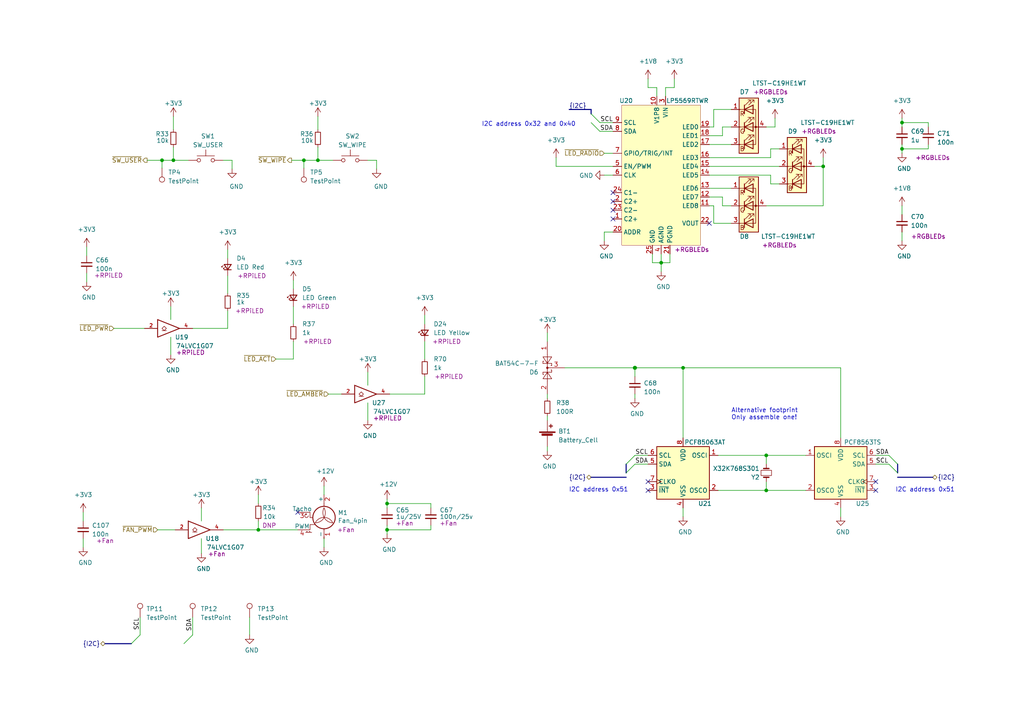
<source format=kicad_sch>
(kicad_sch (version 20210621) (generator eeschema)
  (paper "A4")
  (title_block (title "Control/RTC") (date "2021-01-12") (rev "0.1") (company "Nabu Casa") (comment 1 "www.nabucasa.com") (comment 2 "Amber"))
  (lib_symbols
    (symbol "74xGxx:74LVC1G07" (pin_names (offset 1.016))
      (property "Reference" "U" (at -2.54 3.81 0))
      (property "Value" "74LVC1G07" (at 0 -3.81 0))
      (symbol "74LVC1G07_0_1"
        (polyline (pts (xy -2.54 -0.635) (xy -1.27 -0.635)))
        (polyline (pts (xy -3.81 2.54) (xy -3.81 -2.54) (xy 2.54 0) (xy -3.81 2.54)) (stroke (width 0.254)))
        (polyline (pts (xy -1.905 0.635) (xy -2.54 0) (xy -1.905 -0.635) (xy -1.27 0) (xy -1.905 0.635)))
      )
      (symbol "74LVC1G07_1_1"
        (pin input line (at -7.62 0 0) (length 3.81) (name "~") (number "2"))
        (pin power_in line (at 0 -2.54 270) (length 0) hide (name "GND") (number "3"))
        (pin open_collector line (at 6.35 0 180) (length 3.81) (name "~") (number "4"))
        (pin power_in line (at 0 2.54 90) (length 0) hide (name "VCC") (number "5"))
      )
    )
    (symbol "Amber:LP5569"
      (property "Reference" "U" (at -10.16 21.59 0))
      (property "Value" "LP5569" (at 7.62 21.59 0))
      (symbol "LP5569_0_1"
        (rectangle (start -11.43 20.32) (end 11.43 -20.32) (stroke (width 0.0006)) (fill (type background)))
      )
      (symbol "LP5569_1_1"
        (pin input line (at -13.97 -12.7 0) (length 2.54) (name "C2+") (number "1"))
        (pin input line (at -1.27 22.86 270) (length 2.54) (name "V1P8") (number "10"))
        (pin output line (at 13.97 -8.89 180) (length 2.54) (name "LED8") (number "11"))
        (pin output line (at 13.97 -6.35 180) (length 2.54) (name "LED7") (number "12"))
        (pin output line (at 13.97 -3.81 180) (length 2.54) (name "LED6") (number "13"))
        (pin output line (at 13.97 0 180) (length 2.54) (name "LED5") (number "14"))
        (pin output line (at 13.97 2.54 180) (length 2.54) (name "LED4") (number "15"))
        (pin output line (at 13.97 5.08 180) (length 2.54) (name "LED3") (number "16"))
        (pin output line (at 13.97 8.89 180) (length 2.54) (name "LED2") (number "17"))
        (pin output line (at 13.97 11.43 180) (length 2.54) (name "LED1") (number "18"))
        (pin output line (at 13.97 13.97 180) (length 2.54) (name "LED0") (number "19"))
        (pin input line (at -13.97 -7.62 0) (length 2.54) (name "C2+") (number "2"))
        (pin input line (at -13.97 -16.51 0) (length 2.54) (name "ADDR") (number "20"))
        (pin input line (at 2.54 -22.86 90) (length 2.54) (name "PGND") (number "21"))
        (pin output line (at 13.97 -13.97 180) (length 2.54) (name "VOUT") (number "22"))
        (pin input line (at -13.97 -10.16 0) (length 2.54) (name "C2-") (number "23"))
        (pin input line (at -13.97 -5.08 0) (length 2.54) (name "C1-") (number "24"))
        (pin input line (at -2.54 -22.86 90) (length 2.54) (name "GND") (number "25"))
        (pin input line (at 1.27 22.86 270) (length 2.54) (name "VIN") (number "3"))
        (pin input line (at 0 -22.86 90) (length 2.54) (name "AGND") (number "4"))
        (pin input line (at -13.97 2.54 0) (length 2.54) (name "EN/PWM") (number "5"))
        (pin input line (at -13.97 0 0) (length 2.54) (name "CLK") (number "6"))
        (pin input line (at -13.97 6.35 0) (length 2.54) (name "GPIO/TRIG/INT") (number "7"))
        (pin bidirectional line (at -13.97 12.7 0) (length 2.54) (name "SDA") (number "8"))
        (pin input line (at -13.97 15.24 0) (length 2.54) (name "SCL") (number "9"))
      )
    )
    (symbol "Connector:TestPoint" (pin_numbers hide) (pin_names (offset 0.762) hide)
      (property "Reference" "TP" (at 0 6.858 0))
      (property "Value" "TestPoint" (at 0 5.08 0))
      (symbol "TestPoint_0_1"
        (circle (center 0 3.302) (radius 0.762))
      )
      (symbol "TestPoint_1_1"
        (pin passive line (at 0 0 90) (length 2.54) (name "1") (number "1"))
      )
    )
    (symbol "Device:Battery_Cell" (pin_numbers hide) (pin_names (offset 0) hide)
      (property "Reference" "BT" (at 2.54 2.54 0))
      (property "Value" "Battery_Cell" (at 2.54 0 0))
      (symbol "Battery_Cell_0_1"
        (rectangle (start -2.286 1.778) (end 2.286 1.524) (fill (type outline)))
        (rectangle (start -1.5748 1.1938) (end 1.4732 0.6858) (fill (type outline)))
        (polyline (pts (xy 0 0.762) (xy 0 0)))
        (polyline (pts (xy 0 1.778) (xy 0 2.54)))
        (polyline (pts (xy 0.508 3.429) (xy 1.524 3.429)) (stroke (width 0.254)))
        (polyline (pts (xy 1.016 3.937) (xy 1.016 2.921)) (stroke (width 0.254)))
      )
      (symbol "Battery_Cell_1_1"
        (pin passive line (at 0 5.08 270) (length 2.54) (name "+") (number "1"))
        (pin passive line (at 0 -2.54 90) (length 2.54) (name "-") (number "2"))
      )
    )
    (symbol "Device:C_Small" (pin_numbers hide) (pin_names (offset 0.254) hide)
      (property "Reference" "C" (at 0.254 1.778 0))
      (property "Value" "C_Small" (at 0.254 -2.032 0))
      (symbol "C_Small_0_1"
        (polyline (pts (xy -1.524 -0.508) (xy 1.524 -0.508)) (stroke (width 0.3302)))
        (polyline (pts (xy -1.524 0.508) (xy 1.524 0.508)) (stroke (width 0.3048)))
      )
      (symbol "C_Small_1_1"
        (pin passive line (at 0 2.54 270) (length 2.032) (name "~") (number "1"))
        (pin passive line (at 0 -2.54 90) (length 2.032) (name "~") (number "2"))
      )
    )
    (symbol "Device:Crystal_Small" (pin_numbers hide) (pin_names (offset 1.016) hide)
      (property "Reference" "Y" (at 0 2.54 0))
      (property "Value" "Crystal_Small" (at 0 -2.54 0))
      (symbol "Crystal_Small_0_1"
        (rectangle (start -0.762 -1.524) (end 0.762 1.524))
        (polyline (pts (xy -1.27 -0.762) (xy -1.27 0.762)) (stroke (width 0.381)))
        (polyline (pts (xy 1.27 -0.762) (xy 1.27 0.762)) (stroke (width 0.381)))
      )
      (symbol "Crystal_Small_1_1"
        (pin passive line (at -2.54 0 0) (length 1.27) (name "1") (number "1"))
        (pin passive line (at 2.54 0 180) (length 1.27) (name "2") (number "2"))
      )
    )
    (symbol "Device:LED_RGBA" (pin_names (offset 0) hide)
      (property "Reference" "D" (at 0 9.398 0))
      (property "Value" "LED_RGBA" (at 0 -8.89 0))
      (symbol "LED_RGBA_0_0"
        (text "B" (at -1.905 -6.35 0) (effects (font (size 1.27 1.27))))
        (text "G" (at -1.905 -1.27 0) (effects (font (size 1.27 1.27))))
        (text "R" (at -1.905 3.81 0) (effects (font (size 1.27 1.27))))
      )
      (symbol "LED_RGBA_0_1"
        (circle (center 2.032 0) (radius 0.254) (fill (type outline)))
        (rectangle (start 1.27 -1.27) (end 1.27 1.27))
        (rectangle (start 1.27 1.27) (end 1.27 1.27))
        (rectangle (start 1.27 3.81) (end 1.27 6.35))
        (rectangle (start 1.27 6.35) (end 1.27 6.35))
        (rectangle (start 2.794 8.382) (end -2.794 -7.62) (stroke (width 0.254)) (fill (type background)))
        (polyline (pts (xy -1.27 -5.08) (xy -2.54 -5.08)))
        (polyline (pts (xy -1.27 -5.08) (xy 1.27 -5.08)))
        (polyline (pts (xy -1.27 -3.81) (xy -1.27 -6.35)) (stroke (width 0.254)))
        (polyline (pts (xy -1.27 0) (xy -2.54 0)))
        (polyline (pts (xy -1.27 1.27) (xy -1.27 -1.27)) (stroke (width 0.254)))
        (polyline (pts (xy -1.27 5.08) (xy -2.54 5.08)))
        (polyline (pts (xy -1.27 5.08) (xy 1.27 5.08)))
        (polyline (pts (xy -1.27 6.35) (xy -1.27 3.81)) (stroke (width 0.254)))
        (polyline (pts (xy 1.27 0) (xy -1.27 0)))
        (polyline (pts (xy 1.27 0) (xy 2.54 0)))
        (polyline (pts (xy -1.27 1.27) (xy -1.27 -1.27) (xy -1.27 -1.27)))
        (polyline (pts (xy -1.27 6.35) (xy -1.27 3.81) (xy -1.27 3.81)))
        (polyline (pts (xy 1.27 -5.08) (xy 2.032 -5.08) (xy 2.032 5.08) (xy 1.27 5.08)))
        (polyline (pts (xy 1.27 -3.81) (xy 1.27 -6.35) (xy -1.27 -5.08) (xy 1.27 -3.81)) (stroke (width 0.254)))
        (polyline (pts (xy 1.27 1.27) (xy 1.27 -1.27) (xy -1.27 0) (xy 1.27 1.27)) (stroke (width 0.254)))
        (polyline (pts (xy 1.27 6.35) (xy 1.27 3.81) (xy -1.27 5.08) (xy 1.27 6.35)) (stroke (width 0.254)))
        (polyline (pts (xy -1.016 -3.81) (xy 0.508 -2.286) (xy -0.254 -2.286) (xy 0.508 -2.286) (xy 0.508 -3.048)))
        (polyline (pts (xy -1.016 1.27) (xy 0.508 2.794) (xy -0.254 2.794) (xy 0.508 2.794) (xy 0.508 2.032)))
        (polyline (pts (xy -1.016 6.35) (xy 0.508 7.874) (xy -0.254 7.874) (xy 0.508 7.874) (xy 0.508 7.112)))
        (polyline (pts (xy 0 -3.81) (xy 1.524 -2.286) (xy 0.762 -2.286) (xy 1.524 -2.286) (xy 1.524 -3.048)))
        (polyline (pts (xy 0 1.27) (xy 1.524 2.794) (xy 0.762 2.794) (xy 1.524 2.794) (xy 1.524 2.032)))
        (polyline (pts (xy 0 6.35) (xy 1.524 7.874) (xy 0.762 7.874) (xy 1.524 7.874) (xy 1.524 7.112)))
      )
      (symbol "LED_RGBA_1_1"
        (pin passive line (at -5.08 5.08 0) (length 2.54) (name "RK") (number "1"))
        (pin passive line (at -5.08 0 0) (length 2.54) (name "GK") (number "2"))
        (pin passive line (at -5.08 -5.08 0) (length 2.54) (name "BK") (number "3"))
        (pin passive line (at 5.08 0 180) (length 2.54) (name "A") (number "4"))
      )
    )
    (symbol "Device:LED_Small" (pin_numbers hide) (pin_names (offset 0.254) hide)
      (property "Reference" "D" (at -1.27 3.175 0))
      (property "Value" "LED_Small" (at -4.445 -2.54 0))
      (symbol "LED_Small_0_1"
        (polyline (pts (xy -0.762 -1.016) (xy -0.762 1.016)) (stroke (width 0.254)))
        (polyline (pts (xy 1.016 0) (xy -0.762 0)))
        (polyline (pts (xy 0.762 -1.016) (xy -0.762 0) (xy 0.762 1.016) (xy 0.762 -1.016)) (stroke (width 0.254)))
        (polyline (pts (xy 0 0.762) (xy -0.508 1.27) (xy -0.254 1.27) (xy -0.508 1.27) (xy -0.508 1.016)))
        (polyline (pts (xy 0.508 1.27) (xy 0 1.778) (xy 0.254 1.778) (xy 0 1.778) (xy 0 1.524)))
      )
      (symbol "LED_Small_1_1"
        (pin passive line (at -2.54 0 0) (length 1.778) (name "K") (number "1"))
        (pin passive line (at 2.54 0 180) (length 1.778) (name "A") (number "2"))
      )
    )
    (symbol "Device:R_Small" (pin_numbers hide) (pin_names (offset 0.254) hide)
      (property "Reference" "R" (at 0.762 0.508 0))
      (property "Value" "R_Small" (at 0.762 -1.016 0))
      (symbol "R_Small_0_1"
        (rectangle (start -0.762 1.778) (end 0.762 -1.778) (stroke (width 0.2032)))
      )
      (symbol "R_Small_1_1"
        (pin passive line (at 0 2.54 270) (length 0.762) (name "~") (number "1"))
        (pin passive line (at 0 -2.54 90) (length 0.762) (name "~") (number "2"))
      )
    )
    (symbol "Diode:BAT54C" (pin_names (offset 1.016))
      (property "Reference" "D" (at 0.635 -3.81 0))
      (property "Value" "BAT54C" (at -6.35 3.175 0))
      (symbol "BAT54C_0_1"
        (circle (center 0 0) (radius 0.254) (fill (type outline)))
        (polyline (pts (xy -1.905 0) (xy 1.905 0)))
        (polyline (pts (xy -1.905 1.27) (xy -1.905 1.016)))
        (polyline (pts (xy -1.27 -1.27) (xy -0.635 -1.27)))
        (polyline (pts (xy -1.27 0) (xy -3.81 0)))
        (polyline (pts (xy -1.27 1.27) (xy -1.905 1.27)))
        (polyline (pts (xy -1.27 1.27) (xy -1.27 -1.27)))
        (polyline (pts (xy -0.635 -1.27) (xy -0.635 -1.016)))
        (polyline (pts (xy 0.635 -1.27) (xy 0.635 -1.016)))
        (polyline (pts (xy 1.27 -1.27) (xy 0.635 -1.27)))
        (polyline (pts (xy 1.27 1.27) (xy 1.27 -1.27)))
        (polyline (pts (xy 1.27 1.27) (xy 1.905 1.27)))
        (polyline (pts (xy 1.905 1.27) (xy 1.905 1.016)))
        (polyline (pts (xy 3.81 0) (xy 1.27 0)))
        (polyline (pts (xy -3.175 -1.27) (xy -3.175 1.27) (xy -1.27 0) (xy -3.175 -1.27)))
        (polyline (pts (xy 3.175 -1.27) (xy 3.175 1.27) (xy 1.27 0) (xy 3.175 -1.27)))
      )
      (symbol "BAT54C_1_1"
        (pin passive line (at -7.62 0 0) (length 3.81) (name "~") (number "1"))
        (pin passive line (at 7.62 0 180) (length 3.81) (name "~") (number "2"))
        (pin passive line (at 0 -5.08 90) (length 5.08) (name "~") (number "3"))
      )
    )
    (symbol "Motor:Fan_4pin" (pin_names (offset 0))
      (property "Reference" "M" (at 2.54 5.08 0))
      (property "Value" "Fan_4pin" (at 2.54 -2.54 0))
      (symbol "Fan_4pin_0_0"
        (arc (start -5.588 1.524) (end -5.08 2.032) (radius (at -5.08 1.524) (length 0.508) (angles 180 90)))
        (arc (start -5.588 1.524) (end -4.572 1.524) (radius (at -5.08 1.524) (length 0.508) (angles -179.9 -0.1)))
        (polyline (pts (xy -5.08 2.032) (xy -5.334 2.159)))
        (polyline (pts (xy -5.08 2.032) (xy -5.207 1.778)))
        (polyline (pts (xy -4.064 2.54) (xy -4.064 1.016) (xy -3.302 1.016)))
      )
      (symbol "Fan_4pin_0_1"
        (arc (start 0 3.81) (end -2.54 -0.508) (radius (at -2.4892 2.3876) (length 2.8702) (angles 29.7 -91)))
        (arc (start -2.54 -0.508) (end 2.54 -0.508) (radius (at 0 -1.778) (length 2.8448) (angles 153.4 26.6)))
        (arc (start 2.54 -0.508) (end 0 3.81) (radius (at 2.6162 2.413) (length 2.921) (angles -91.5 151.9)))
        (circle (center 0 1.016) (radius 3.2512) (stroke (width 0.254)))
        (polyline (pts (xy -4.064 2.54) (xy -5.08 2.54)))
        (polyline (pts (xy 0 -5.08) (xy 0 -4.572)))
        (polyline (pts (xy 0 -2.2352) (xy 0 -2.6416)))
        (polyline (pts (xy 0 4.2672) (xy 0 4.6228)))
        (polyline (pts (xy 0 4.572) (xy 0 5.08)))
        (polyline (pts (xy -2.54 -1.016) (xy -4.064 -1.016) (xy -4.064 -2.54) (xy -5.08 -2.54)))
        (polyline (pts (xy -5.334 -3.302) (xy -5.08 -3.302) (xy -5.08 -3.048) (xy -4.826 -3.048) (xy -4.826 -3.302) (xy -4.318 -3.302) (xy -4.318 -3.048) (xy -4.064 -3.048) (xy -4.064 -3.302) (xy -3.556 -3.302)))
      )
      (symbol "Fan_4pin_1_1"
        (pin passive line (at 0 -5.08 90) (length 2.54) (name "-") (number "1"))
        (pin passive line (at 0 7.62 270) (length 2.54) (name "+") (number "2"))
        (pin passive line (at -7.62 2.54 0) (length 2.54) (name "Tacho") (number "3"))
        (pin input line (at -7.62 -2.54 0) (length 2.54) (name "PWM") (number "4"))
      )
    )
    (symbol "Switch:SW_Push" (pin_numbers hide) (pin_names (offset 1.016) hide)
      (property "Reference" "SW" (at 1.27 2.54 0))
      (property "Value" "SW_Push" (at 0 -1.524 0))
      (symbol "SW_Push_0_1"
        (circle (center -2.032 0) (radius 0.508))
        (circle (center 2.032 0) (radius 0.508))
        (polyline (pts (xy 0 1.27) (xy 0 3.048)))
        (polyline (pts (xy 2.54 1.27) (xy -2.54 1.27)))
        (pin passive line (at -5.08 0 0) (length 2.54) (name "1") (number "1"))
        (pin passive line (at 5.08 0 180) (length 2.54) (name "2") (number "2"))
      )
    )
    (symbol "Timer_RTC:PCF8563T"
      (property "Reference" "U" (at -7.62 8.89 0))
      (property "Value" "PCF8563T" (at 2.54 8.89 0))
      (symbol "PCF8563T_0_1"
        (rectangle (start -7.62 7.62) (end 7.62 -7.62) (stroke (width 0.254)) (fill (type background)))
      )
      (symbol "PCF8563T_1_1"
        (pin input line (at -10.16 5.08 0) (length 2.54) (name "OSCI") (number "1"))
        (pin output line (at -10.16 -5.08 0) (length 2.54) (name "OSCO") (number "2"))
        (pin output line (at 10.16 -5.08 180) (length 2.54) (name "~{INT}") (number "3"))
        (pin power_in line (at 0 -10.16 90) (length 2.54) (name "VSS") (number "4"))
        (pin bidirectional line (at 10.16 2.54 180) (length 2.54) (name "SDA") (number "5"))
        (pin input line (at 10.16 5.08 180) (length 2.54) (name "SCL") (number "6"))
        (pin output clock (at 10.16 -2.54 180) (length 2.54) (name "CLKO") (number "7"))
        (pin power_in line (at 0 10.16 270) (length 2.54) (name "VDD") (number "8"))
      )
    )
    (symbol "Timer_RTC:PCF8563TS"
      (property "Reference" "U" (at -7.62 8.89 0))
      (property "Value" "PCF8563TS" (at 2.54 8.89 0))
      (symbol "PCF8563TS_0_1"
        (rectangle (start -7.62 7.62) (end 7.62 -7.62) (stroke (width 0.254)) (fill (type background)))
      )
      (symbol "PCF8563TS_1_1"
        (pin input line (at -10.16 5.08 0) (length 2.54) (name "OSCI") (number "1"))
        (pin output line (at -10.16 -5.08 0) (length 2.54) (name "OSCO") (number "2"))
        (pin output line (at 10.16 -5.08 180) (length 2.54) (name "~{INT}") (number "3"))
        (pin power_in line (at 0 -10.16 90) (length 2.54) (name "VSS") (number "4"))
        (pin bidirectional line (at 10.16 2.54 180) (length 2.54) (name "SDA") (number "5"))
        (pin input line (at 10.16 5.08 180) (length 2.54) (name "SCL") (number "6"))
        (pin output clock (at 10.16 -2.54 180) (length 2.54) (name "CLKO") (number "7"))
        (pin power_in line (at 0 10.16 270) (length 2.54) (name "VDD") (number "8"))
      )
    )
    (symbol "power:+12V" (power) (pin_names (offset 0))
      (property "Value" "+12V" (at 0 3.556 0))
      (symbol "+12V_0_1"
        (polyline (pts (xy -0.762 1.27) (xy 0 2.54)))
        (polyline (pts (xy 0 0) (xy 0 2.54)))
        (polyline (pts (xy 0 2.54) (xy 0.762 1.27)))
      )
      (symbol "+12V_1_1"
        (pin power_in line (at 0 0 90) (length 0) hide (name "+12V") (number "1"))
      )
    )
    (symbol "power:+1V8" (power) (pin_names (offset 0))
      (property "Value" "+1V8" (at 0 3.556 0))
      (symbol "+1V8_0_1"
        (polyline (pts (xy -0.762 1.27) (xy 0 2.54)))
        (polyline (pts (xy 0 0) (xy 0 2.54)))
        (polyline (pts (xy 0 2.54) (xy 0.762 1.27)))
      )
      (symbol "+1V8_1_1"
        (pin power_in line (at 0 0 90) (length 0) hide (name "+1V8") (number "1"))
      )
    )
    (symbol "power:+3V3" (power) (pin_names (offset 0))
      (property "Value" "+3V3" (at 0 3.556 0))
      (symbol "+3V3_0_1"
        (polyline (pts (xy -0.762 1.27) (xy 0 2.54)))
        (polyline (pts (xy 0 0) (xy 0 2.54)))
        (polyline (pts (xy 0 2.54) (xy 0.762 1.27)))
      )
      (symbol "+3V3_1_1"
        (pin power_in line (at 0 0 90) (length 0) hide (name "+3V3") (number "1"))
      )
    )
    (symbol "power:GND" (power) (pin_names (offset 0))
      (property "Value" "GND" (at 0 -3.81 0))
      (symbol "GND_0_1"
        (polyline (pts (xy 0 0) (xy 0 -1.27) (xy 1.27 -1.27) (xy 0 -2.54) (xy -1.27 -1.27) (xy 0 -1.27)))
      )
      (symbol "GND_1_1"
        (pin power_in line (at 0 0 270) (length 0) hide (name "GND") (number "1"))
      )
    )
  )
  (junction (at 46.99 46.482) (diameter 0.9144))
  (junction (at 50.292 46.482) (diameter 0.9144))
  (junction (at 74.93 153.67) (diameter 0.9144))
  (junction (at 88.138 46.482) (diameter 0.9144))
  (junction (at 92.202 46.482) (diameter 0.9144))
  (junction (at 112.268 146.05) (diameter 0.9144))
  (junction (at 112.268 153.67) (diameter 0.9144))
  (junction (at 184.15 106.68) (diameter 1.016))
  (junction (at 191.77 76.2) (diameter 0.9144))
  (junction (at 198.12 106.68) (diameter 0.9144))
  (junction (at 222.25 132.08) (diameter 0.9144))
  (junction (at 222.25 142.24) (diameter 0.9144))
  (junction (at 238.76 48.26) (diameter 0.9144))
  (junction (at 261.62 35.56) (diameter 0.9144))
  (junction (at 261.62 43.18) (diameter 0.9144))
  (no_connect (at 86.36 148.59))
  (no_connect (at 177.8 55.88))
  (no_connect (at 177.8 58.42))
  (no_connect (at 177.8 60.96))
  (no_connect (at 177.8 63.5))
  (no_connect (at 187.96 139.7))
  (no_connect (at 187.96 142.24))
  (no_connect (at 205.74 64.77))
  (no_connect (at 254 139.7))
  (no_connect (at 254 142.24))
  (bus_entry (at 38.1 186.69) (size 2.54 -2.54) (stroke (width 0.1524)))
  (bus_entry (at 53.34 186.69) (size 2.54 -2.54) (stroke (width 0.1524)))
  (bus_entry (at 171.45 33.02) (size 2.54 2.54) (stroke (width 0.1524)))
  (bus_entry (at 171.45 35.56) (size 2.54 2.54) (stroke (width 0.1524)))
  (bus_entry (at 181.61 134.62) (size 2.54 -2.54) (stroke (width 0.1524)))
  (bus_entry (at 181.61 137.16) (size 2.54 -2.54) (stroke (width 0.1524)))
  (bus_entry (at 260.35 134.62) (size -2.54 -2.54) (stroke (width 0.1524)))
  (bus_entry (at 260.35 137.16) (size -2.54 -2.54) (stroke (width 0.1524)))
  (wire (pts (xy 24.13 148.59) (xy 24.13 151.13)))
  (wire (pts (xy 24.13 156.21) (xy 24.13 158.75)))
  (wire (pts (xy 25.146 71.628) (xy 25.146 74.168)))
  (wire (pts (xy 25.146 79.248) (xy 25.146 81.788)))
  (wire (pts (xy 33.02 95.25) (xy 41.91 95.25)))
  (wire (pts (xy 40.64 179.07) (xy 40.64 184.15)))
  (wire (pts (xy 42.672 46.482) (xy 46.99 46.482)))
  (wire (pts (xy 45.72 153.67) (xy 50.8 153.67)))
  (wire (pts (xy 46.99 46.482) (xy 46.99 48.768)))
  (wire (pts (xy 46.99 46.482) (xy 50.292 46.482)))
  (wire (pts (xy 49.53 88.9) (xy 49.53 92.71)))
  (wire (pts (xy 49.53 97.79) (xy 49.53 102.87)))
  (wire (pts (xy 50.292 37.592) (xy 50.292 33.782)))
  (wire (pts (xy 50.292 42.672) (xy 50.292 46.482)))
  (wire (pts (xy 50.292 46.482) (xy 54.61 46.482)))
  (wire (pts (xy 55.88 95.25) (xy 66.04 95.25)))
  (wire (pts (xy 55.88 179.07) (xy 55.88 184.15)))
  (wire (pts (xy 58.42 147.32) (xy 58.42 151.13)))
  (wire (pts (xy 58.42 156.21) (xy 58.42 160.528)))
  (wire (pts (xy 64.77 46.482) (xy 67.31 46.482)))
  (wire (pts (xy 64.77 153.67) (xy 74.93 153.67)))
  (wire (pts (xy 66.04 72.39) (xy 66.04 74.93)))
  (wire (pts (xy 66.04 80.01) (xy 66.04 85.09)))
  (wire (pts (xy 66.04 95.25) (xy 66.04 90.17)))
  (wire (pts (xy 67.31 46.482) (xy 67.31 49.022)))
  (wire (pts (xy 72.39 179.07) (xy 72.39 184.15)))
  (wire (pts (xy 74.93 146.05) (xy 74.93 143.51)))
  (wire (pts (xy 74.93 151.13) (xy 74.93 153.67)))
  (wire (pts (xy 74.93 153.67) (xy 86.36 153.67)))
  (wire (pts (xy 80.01 104.14) (xy 85.09 104.14)))
  (wire (pts (xy 84.582 46.482) (xy 88.138 46.482)))
  (wire (pts (xy 85.09 81.28) (xy 85.09 83.82)))
  (wire (pts (xy 85.09 88.9) (xy 85.09 93.98)))
  (wire (pts (xy 85.09 99.06) (xy 85.09 104.14)))
  (wire (pts (xy 88.138 46.482) (xy 88.138 48.768)))
  (wire (pts (xy 88.138 46.482) (xy 92.202 46.482)))
  (wire (pts (xy 92.202 37.592) (xy 92.202 33.782)))
  (wire (pts (xy 92.202 42.672) (xy 92.202 46.482)))
  (wire (pts (xy 92.202 46.482) (xy 96.52 46.482)))
  (wire (pts (xy 93.98 140.97) (xy 93.98 143.51)))
  (wire (pts (xy 93.98 156.21) (xy 93.98 158.75)))
  (wire (pts (xy 95.25 114.3) (xy 99.06 114.3)))
  (wire (pts (xy 106.68 46.482) (xy 109.22 46.482)))
  (wire (pts (xy 106.68 107.95) (xy 106.68 111.76)))
  (wire (pts (xy 106.68 116.84) (xy 106.68 121.92)))
  (wire (pts (xy 109.22 46.482) (xy 109.22 49.022)))
  (wire (pts (xy 112.268 144.78) (xy 112.268 146.05)))
  (wire (pts (xy 112.268 146.05) (xy 112.268 147.32)))
  (wire (pts (xy 112.268 146.05) (xy 124.968 146.05)))
  (wire (pts (xy 112.268 152.4) (xy 112.268 153.67)))
  (wire (pts (xy 112.268 153.67) (xy 112.268 154.94)))
  (wire (pts (xy 112.268 153.67) (xy 124.968 153.67)))
  (wire (pts (xy 113.03 114.3) (xy 123.19 114.3)))
  (wire (pts (xy 123.19 91.44) (xy 123.19 93.98)))
  (wire (pts (xy 123.19 99.06) (xy 123.19 104.14)))
  (wire (pts (xy 123.19 109.22) (xy 123.19 114.3)))
  (wire (pts (xy 124.968 147.32) (xy 124.968 146.05)))
  (wire (pts (xy 124.968 152.4) (xy 124.968 153.67)))
  (wire (pts (xy 158.75 96.52) (xy 158.75 99.06)))
  (wire (pts (xy 158.75 114.3) (xy 158.75 115.57)))
  (wire (pts (xy 158.75 120.65) (xy 158.75 121.92)))
  (wire (pts (xy 158.75 129.54) (xy 158.75 130.81)))
  (wire (pts (xy 161.29 45.72) (xy 161.29 48.26)))
  (wire (pts (xy 161.29 48.26) (xy 177.8 48.26)))
  (wire (pts (xy 163.83 106.68) (xy 184.15 106.68)))
  (wire (pts (xy 175.26 44.45) (xy 177.8 44.45)))
  (wire (pts (xy 175.26 50.8) (xy 177.8 50.8)))
  (wire (pts (xy 175.26 67.31) (xy 177.8 67.31)))
  (wire (pts (xy 175.26 69.85) (xy 175.26 67.31)))
  (wire (pts (xy 177.8 35.56) (xy 173.99 35.56)))
  (wire (pts (xy 177.8 38.1) (xy 173.99 38.1)))
  (wire (pts (xy 184.15 106.68) (xy 184.15 109.22)))
  (wire (pts (xy 184.15 106.68) (xy 198.12 106.68)))
  (wire (pts (xy 184.15 114.3) (xy 184.15 115.57)))
  (wire (pts (xy 187.96 22.86) (xy 187.96 25.4)))
  (wire (pts (xy 187.96 25.4) (xy 190.5 25.4)))
  (wire (pts (xy 187.96 132.08) (xy 184.15 132.08)))
  (wire (pts (xy 187.96 134.62) (xy 184.15 134.62)))
  (wire (pts (xy 189.23 73.66) (xy 189.23 76.2)))
  (wire (pts (xy 189.23 76.2) (xy 191.77 76.2)))
  (wire (pts (xy 190.5 25.4) (xy 190.5 27.94)))
  (wire (pts (xy 191.77 73.66) (xy 191.77 76.2)))
  (wire (pts (xy 191.77 76.2) (xy 191.77 78.74)))
  (wire (pts (xy 191.77 76.2) (xy 194.31 76.2)))
  (wire (pts (xy 193.04 25.4) (xy 193.04 27.94)))
  (wire (pts (xy 194.31 76.2) (xy 194.31 73.66)))
  (wire (pts (xy 195.58 22.86) (xy 195.58 25.4)))
  (wire (pts (xy 195.58 25.4) (xy 193.04 25.4)))
  (wire (pts (xy 198.12 106.68) (xy 198.12 127)))
  (wire (pts (xy 198.12 147.32) (xy 198.12 149.86)))
  (wire (pts (xy 205.74 36.83) (xy 207.01 36.83)))
  (wire (pts (xy 205.74 39.37) (xy 209.55 39.37)))
  (wire (pts (xy 205.74 41.91) (xy 212.09 41.91)))
  (wire (pts (xy 205.74 45.72) (xy 223.52 45.72)))
  (wire (pts (xy 205.74 48.26) (xy 226.06 48.26)))
  (wire (pts (xy 205.74 50.8) (xy 223.52 50.8)))
  (wire (pts (xy 205.74 54.61) (xy 212.09 54.61)))
  (wire (pts (xy 205.74 57.15) (xy 209.55 57.15)))
  (wire (pts (xy 205.74 59.69) (xy 207.01 59.69)))
  (wire (pts (xy 207.01 31.75) (xy 212.09 31.75)))
  (wire (pts (xy 207.01 36.83) (xy 207.01 31.75)))
  (wire (pts (xy 207.01 59.69) (xy 207.01 64.77)))
  (wire (pts (xy 207.01 64.77) (xy 212.09 64.77)))
  (wire (pts (xy 208.28 132.08) (xy 222.25 132.08)))
  (wire (pts (xy 208.28 142.24) (xy 222.25 142.24)))
  (wire (pts (xy 209.55 36.83) (xy 212.09 36.83)))
  (wire (pts (xy 209.55 39.37) (xy 209.55 36.83)))
  (wire (pts (xy 209.55 57.15) (xy 209.55 59.69)))
  (wire (pts (xy 209.55 59.69) (xy 212.09 59.69)))
  (wire (pts (xy 222.25 36.83) (xy 224.79 36.83)))
  (wire (pts (xy 222.25 59.69) (xy 238.76 59.69)))
  (wire (pts (xy 222.25 132.08) (xy 233.68 132.08)))
  (wire (pts (xy 222.25 134.62) (xy 222.25 132.08)))
  (wire (pts (xy 222.25 139.7) (xy 222.25 142.24)))
  (wire (pts (xy 222.25 142.24) (xy 233.68 142.24)))
  (wire (pts (xy 223.52 43.18) (xy 226.06 43.18)))
  (wire (pts (xy 223.52 45.72) (xy 223.52 43.18)))
  (wire (pts (xy 223.52 50.8) (xy 223.52 53.34)))
  (wire (pts (xy 223.52 53.34) (xy 226.06 53.34)))
  (wire (pts (xy 224.79 34.29) (xy 224.79 36.83)))
  (wire (pts (xy 236.22 48.26) (xy 238.76 48.26)))
  (wire (pts (xy 238.76 48.26) (xy 238.76 45.72)))
  (wire (pts (xy 238.76 59.69) (xy 238.76 48.26)))
  (wire (pts (xy 243.84 106.68) (xy 198.12 106.68)))
  (wire (pts (xy 243.84 127) (xy 243.84 106.68)))
  (wire (pts (xy 243.84 147.32) (xy 243.84 149.86)))
  (wire (pts (xy 254 132.08) (xy 257.81 132.08)))
  (wire (pts (xy 254 134.62) (xy 257.81 134.62)))
  (wire (pts (xy 261.62 34.29) (xy 261.62 35.56)))
  (wire (pts (xy 261.62 35.56) (xy 261.62 36.83)))
  (wire (pts (xy 261.62 41.91) (xy 261.62 43.18)))
  (wire (pts (xy 261.62 43.18) (xy 261.62 44.45)))
  (wire (pts (xy 261.62 43.18) (xy 269.24 43.18)))
  (wire (pts (xy 261.62 59.69) (xy 261.62 62.23)))
  (wire (pts (xy 261.62 67.31) (xy 261.62 69.85)))
  (wire (pts (xy 269.24 35.56) (xy 261.62 35.56)))
  (wire (pts (xy 269.24 36.83) (xy 269.24 35.56)))
  (wire (pts (xy 269.24 41.91) (xy 269.24 43.18)))
  (bus (pts (xy 30.48 186.69) (xy 53.34 186.69)))
  (bus (pts (xy 165.1 31.75) (xy 171.45 31.75)))
  (bus (pts (xy 171.45 31.75) (xy 171.45 35.56)))
  (bus (pts (xy 181.61 134.62) (xy 181.61 138.43)))
  (bus (pts (xy 181.61 138.43) (xy 171.45 138.43)))
  (bus (pts (xy 260.35 134.62) (xy 260.35 138.43)))
  (bus (pts (xy 260.35 138.43) (xy 270.51 138.43)))
  (text "I2C address 0x32 and 0x40" (at 139.7 36.83 0) (effects (font (size 1.27 1.27)) (justify left bottom)))
  (text "I2C address 0x51" (at 182.245 142.875 180) (effects (font (size 1.27 1.27)) (justify right bottom)))
  (text "Alternative footprint\nOnly assemble one!" (at 212.09 121.92 0) (effects (font (size 1.27 1.27)) (justify left bottom)))
  (text "I2C address 0x51" (at 259.715 142.875 0) (effects (font (size 1.27 1.27)) (justify left bottom)))
  (label "SCL" (at 40.64 179.07 270))
  (label "SDA" (at 55.88 179.324 270))
  (label "{I2C}" (at 165.1 31.75 0))
  (label "SCL" (at 177.8 35.56 180))
  (label "SDA" (at 177.8 38.1 180))
  (label "SCL" (at 187.96 132.08 180))
  (label "SDA" (at 187.96 134.62 180))
  (label "SDA" (at 254 132.08 0))
  (label "SCL" (at 254 134.62 0))
  (hierarchical_label "{I2C}" (shape bidirectional) (at 30.48 186.69 180))
  (hierarchical_label "~{LED_PWR}" (shape input) (at 33.02 95.25 180))
  (hierarchical_label "~{SW_USER}" (shape output) (at 42.672 46.482 180))
  (hierarchical_label "~{FAN_PWM}" (shape input) (at 45.72 153.67 180))
  (hierarchical_label "~{LED_ACT}" (shape input) (at 80.01 104.14 180))
  (hierarchical_label "~{SW_WIPE}" (shape output) (at 84.582 46.482 180))
  (hierarchical_label "~{LED_AMBER}" (shape input) (at 95.25 114.3 180))
  (hierarchical_label "{I2C}" (shape bidirectional) (at 171.45 138.43 180))
  (hierarchical_label "~{LED_RADIO}" (shape input) (at 175.26 44.45 180))
  (hierarchical_label "{I2C}" (shape bidirectional) (at 270.51 138.43 0))
  (symbol (lib_id "power:+3V3") (at 24.13 148.59 0) (unit 1)
    (property "Reference" "#PWR027" (effects hide))
    (property "Value" "+3V3" (at 24.13 143.51 0))
  )
  (symbol (lib_id "power:+3V3") (at 25.146 71.628 0) (unit 1)
    (property "Reference" "#PWR0129" (effects hide))
    (property "Value" "+3V3" (at 25.146 66.548 0))
  )
  (symbol (lib_id "power:+3V3") (at 49.53 88.9 0) (unit 1)
    (property "Reference" "#PWR0117" (effects hide))
    (property "Value" "+3V3" (at 49.53 85.09 0))
  )
  (symbol (lib_id "power:+3V3") (at 50.292 33.782 0) (unit 1)
    (property "Reference" "#PWR0114" (effects hide))
    (property "Value" "+3V3" (at 50.292 29.972 0))
  )
  (symbol (lib_id "power:+3V3") (at 58.42 147.32 0) (unit 1)
    (property "Reference" "#PWR0115" (effects hide))
    (property "Value" "+3V3" (at 58.42 143.51 0))
  )
  (symbol (lib_id "power:+3V3") (at 66.04 72.39 0) (unit 1)
    (property "Reference" "#PWR0121" (effects hide))
    (property "Value" "+3V3" (at 66.04 67.31 0))
  )
  (symbol (lib_id "power:+3V3") (at 74.93 143.51 0) (unit 1)
    (property "Reference" "#PWR0120" (effects hide))
    (property "Value" "+3V3" (at 74.93 139.7 0))
  )
  (symbol (lib_id "power:+3V3") (at 85.09 81.28 0) (unit 1)
    (property "Reference" "#PWR0128" (effects hide))
    (property "Value" "+3V3" (at 85.09 76.2 0))
  )
  (symbol (lib_id "power:+3V3") (at 92.202 33.782 0) (unit 1)
    (property "Reference" "#PWR0122" (effects hide))
    (property "Value" "+3V3" (at 92.202 29.972 0))
  )
  (symbol (lib_id "power:+12V") (at 93.98 140.97 0) (unit 1)
    (property "Reference" "#PWR0123" (effects hide))
    (property "Value" "+12V" (at 94.3483 136.6456 0))
  )
  (symbol (lib_id "power:+3V3") (at 106.68 107.95 0) (unit 1)
    (property "Reference" "#PWR0214" (effects hide))
    (property "Value" "+3V3" (at 106.68 104.14 0))
  )
  (symbol (lib_id "power:+12V") (at 112.268 144.78 0) (unit 1)
    (property "Reference" "#PWR0126" (effects hide))
    (property "Value" "+12V" (at 112.6363 140.4556 0))
  )
  (symbol (lib_id "power:+3V3") (at 123.19 91.44 0) (unit 1)
    (property "Reference" "#PWR0204" (effects hide))
    (property "Value" "+3V3" (at 123.19 86.36 0))
  )
  (symbol (lib_id "power:+3V3") (at 158.75 96.52 0) (unit 1)
    (property "Reference" "#PWR0136" (effects hide))
    (property "Value" "+3V3" (at 158.75 92.71 0))
  )
  (symbol (lib_id "power:+3V3") (at 161.29 45.72 0) (unit 1)
    (property "Reference" "#PWR0131" (effects hide))
    (property "Value" "+3V3" (at 161.29 40.64 0))
  )
  (symbol (lib_id "power:+1V8") (at 187.96 22.86 0) (unit 1)
    (property "Reference" "#PWR0134" (effects hide))
    (property "Value" "+1V8" (at 187.96 17.78 0))
  )
  (symbol (lib_id "power:+3V3") (at 195.58 22.86 0) (unit 1)
    (property "Reference" "#PWR0138" (effects hide))
    (property "Value" "+3V3" (at 195.58 17.78 0))
  )
  (symbol (lib_id "power:+3V3") (at 224.79 34.29 0) (unit 1)
    (property "Reference" "#PWR0140" (effects hide))
    (property "Value" "+3V3" (at 224.79 29.21 0))
  )
  (symbol (lib_id "power:+3V3") (at 238.76 45.72 0) (unit 1)
    (property "Reference" "#PWR0142" (effects hide))
    (property "Value" "+3V3" (at 238.76 40.64 0))
  )
  (symbol (lib_id "power:+3V3") (at 261.62 34.29 0) (unit 1)
    (property "Reference" "#PWR0143" (effects hide))
    (property "Value" "+3V3" (at 261.62 29.21 0))
  )
  (symbol (lib_id "power:+1V8") (at 261.62 59.69 0) (unit 1)
    (property "Reference" "#PWR0145" (effects hide))
    (property "Value" "+1V8" (at 261.62 54.61 0))
  )
  (symbol (lib_id "Connector:TestPoint") (at 40.64 179.07 0) (unit 1)
    (property "Reference" "TP11" (at 42.418 176.5934 0) (effects (justify left)))
    (property "Value" "TestPoint" (at 42.418 179.1334 0) (effects (justify left)))
    (property "Footprint" "TestPoint:TestPoint_Pad_D1.0mm" (effects hide))
  )
  (symbol (lib_id "Connector:TestPoint") (at 46.99 48.768 180) (unit 1)
    (property "Reference" "TP4" (at 48.768 49.9744 0) (effects (justify right)))
    (property "Value" "TestPoint" (at 48.768 52.5144 0) (effects (justify right)))
    (property "Footprint" "TestPoint:TestPoint_Pad_D1.0mm" (effects hide))
  )
  (symbol (lib_id "Connector:TestPoint") (at 55.88 179.07 0) (unit 1)
    (property "Reference" "TP12" (at 58.166 176.5934 0) (effects (justify left)))
    (property "Value" "TestPoint" (at 58.166 179.1334 0) (effects (justify left)))
    (property "Footprint" "TestPoint:TestPoint_Pad_D1.0mm" (effects hide))
  )
  (symbol (lib_id "Connector:TestPoint") (at 72.39 179.07 0) (unit 1)
    (property "Reference" "TP13" (at 74.676 176.5934 0) (effects (justify left)))
    (property "Value" "TestPoint" (at 74.676 179.1334 0) (effects (justify left)))
    (property "Footprint" "TestPoint:TestPoint_Pad_D1.0mm" (effects hide))
  )
  (symbol (lib_id "Connector:TestPoint") (at 88.138 48.768 180) (unit 1)
    (property "Reference" "TP5" (at 89.916 49.9744 0) (effects (justify right)))
    (property "Value" "TestPoint" (at 89.916 52.5144 0) (effects (justify right)))
    (property "Footprint" "TestPoint:TestPoint_Pad_D1.0mm" (effects hide))
  )
  (symbol (lib_id "power:GND") (at 24.13 158.75 0) (unit 1)
    (property "Reference" "#PWR0196" (effects hide))
    (property "Value" "GND" (at 24.765 163.195 0))
  )
  (symbol (lib_id "power:GND") (at 25.146 81.788 0) (unit 1)
    (property "Reference" "#PWR0130" (effects hide))
    (property "Value" "GND" (at 25.781 86.233 0))
  )
  (symbol (lib_id "power:GND") (at 49.53 102.87 0) (unit 1)
    (property "Reference" "#PWR0118" (effects hide))
    (property "Value" "GND" (at 50.165 107.315 0))
  )
  (symbol (lib_id "power:GND") (at 58.42 160.528 0) (unit 1)
    (property "Reference" "#PWR0116" (effects hide))
    (property "Value" "GND" (at 59.055 164.973 0))
  )
  (symbol (lib_id "power:GND") (at 67.31 49.022 0) (unit 1)
    (property "Reference" "#PWR0119" (effects hide))
    (property "Value" "GND" (at 68.58 54.102 0))
  )
  (symbol (lib_id "power:GND") (at 72.39 184.15 0) (unit 1)
    (property "Reference" "#PWR0213" (effects hide))
    (property "Value" "GND" (at 73.025 188.595 0))
  )
  (symbol (lib_id "power:GND") (at 93.98 158.75 0) (unit 1)
    (property "Reference" "#PWR0124" (effects hide))
    (property "Value" "GND" (at 94.615 163.195 0))
  )
  (symbol (lib_id "power:GND") (at 106.68 121.92 0) (unit 1)
    (property "Reference" "#PWR0215" (effects hide))
    (property "Value" "GND" (at 107.315 126.365 0))
  )
  (symbol (lib_id "power:GND") (at 109.22 49.022 0) (unit 1)
    (property "Reference" "#PWR0125" (effects hide))
    (property "Value" "GND" (at 110.49 54.102 0))
  )
  (symbol (lib_id "power:GND") (at 112.268 154.94 0) (unit 1)
    (property "Reference" "#PWR0127" (effects hide))
    (property "Value" "GND" (at 112.903 159.385 0))
  )
  (symbol (lib_id "power:GND") (at 158.75 130.81 0) (unit 1)
    (property "Reference" "#PWR0137" (effects hide))
    (property "Value" "GND" (at 159.385 135.255 0))
  )
  (symbol (lib_id "power:GND") (at 175.26 50.8 270) (unit 1)
    (property "Reference" "#PWR0132" (effects hide))
    (property "Value" "GND" (at 172.085 50.9143 90) (effects (justify right)))
  )
  (symbol (lib_id "power:GND") (at 175.26 69.85 0) (unit 1)
    (property "Reference" "#PWR0133" (effects hide))
    (property "Value" "GND" (at 175.895 74.295 0))
  )
  (symbol (lib_id "power:GND") (at 184.15 115.57 0) (unit 1)
    (property "Reference" "#PWR0139" (effects hide))
    (property "Value" "GND" (at 184.785 120.015 0))
  )
  (symbol (lib_id "power:GND") (at 191.77 78.74 0) (unit 1)
    (property "Reference" "#PWR0135" (effects hide))
    (property "Value" "GND" (at 192.405 83.185 0))
  )
  (symbol (lib_id "power:GND") (at 198.12 149.86 0) (unit 1)
    (property "Reference" "#PWR0141" (effects hide))
    (property "Value" "GND" (at 198.755 154.305 0))
  )
  (symbol (lib_id "power:GND") (at 243.84 149.86 0) (unit 1)
    (property "Reference" "#PWR0203" (effects hide))
    (property "Value" "GND" (at 244.475 154.305 0))
  )
  (symbol (lib_id "power:GND") (at 261.62 44.45 0) (unit 1)
    (property "Reference" "#PWR0144" (effects hide))
    (property "Value" "GND" (at 262.255 48.895 0))
  )
  (symbol (lib_id "power:GND") (at 261.62 69.85 0) (unit 1)
    (property "Reference" "#PWR0146" (effects hide))
    (property "Value" "GND" (at 262.255 74.295 0))
  )
  (symbol (lib_id "Device:R_Small") (at 50.292 40.132 180) (unit 1)
    (property "Reference" "R33" (at 49.022 38.862 0) (effects (justify left)))
    (property "Value" "10k" (at 49.022 40.767 0) (effects (justify left)))
    (property "Footprint" "Resistor_SMD:R_0402_1005Metric" (effects hide))
  )
  (symbol (lib_id "Device:R_Small") (at 66.04 87.63 0) (unit 1)
    (property "Reference" "R35" (at 68.58 85.725 0) (effects (justify left)))
    (property "Value" "1k" (at 68.58 87.63 0) (effects (justify left)))
    (property "Footprint" "Resistor_SMD:R_0402_1005Metric" (effects hide))
    (property "Config" "+RPiLED" (at 72.39 90.17 0))
  )
  (symbol (lib_id "Device:R_Small") (at 74.93 148.59 180) (unit 1)
    (property "Reference" "R34" (at 80.01 147.32 0) (effects (justify left)))
    (property "Value" "10k" (at 80.01 149.86 0) (effects (justify left)))
    (property "Footprint" "Resistor_SMD:R_0402_1005Metric" (effects hide))
    (property "Config" "DNP" (at 78.105 152.4 0))
  )
  (symbol (lib_id "Device:R_Small") (at 85.09 96.52 0) (unit 1)
    (property "Reference" "R37" (at 87.63 93.98 0) (effects (justify left)))
    (property "Value" "1k" (at 87.63 96.52 0) (effects (justify left)))
    (property "Footprint" "Resistor_SMD:R_0402_1005Metric" (effects hide))
    (property "Config" "+RPiLED" (at 92.075 99.06 0))
  )
  (symbol (lib_id "Device:R_Small") (at 92.202 40.132 180) (unit 1)
    (property "Reference" "R36" (at 90.932 38.862 0) (effects (justify left)))
    (property "Value" "10k" (at 90.932 40.767 0) (effects (justify left)))
    (property "Footprint" "Resistor_SMD:R_0402_1005Metric" (effects hide))
  )
  (symbol (lib_id "Device:R_Small") (at 123.19 106.68 0) (unit 1)
    (property "Reference" "R70" (at 125.73 104.14 0) (effects (justify left)))
    (property "Value" "1k" (at 125.73 106.68 0) (effects (justify left)))
    (property "Footprint" "Resistor_SMD:R_0402_1005Metric" (effects hide))
    (property "Config" "+RPiLED" (at 130.175 109.22 0))
  )
  (symbol (lib_id "Device:R_Small") (at 158.75 118.11 0) (unit 1)
    (property "Reference" "R38" (at 161.29 116.84 0) (effects (justify left)))
    (property "Value" "100R" (at 161.29 119.38 0) (effects (justify left)))
    (property "Footprint" "Resistor_SMD:R_0402_1005Metric" (effects hide))
  )
  (symbol (lib_id "Device:LED_Small") (at 66.04 77.47 90) (unit 1)
    (property "Reference" "D4" (at 68.58 74.93 90) (effects (justify right)))
    (property "Value" "LED Red" (at 68.58 77.47 90) (effects (justify right)))
    (property "Footprint" "LED_SMD:LED_0603_1608Metric" (effects hide))
    (property "Datasheet" "https://datasheet.lcsc.com/lcsc/1811101510_Everlight-Elec-19-217-R6C-AL1M2VY-3T_C72044.pdf" (effects hide))
    (property "Manufacturer" "Everlight Elec" (effects hide))
    (property "PartNumber" "19-217/R6C-AL1M2VY/3T" (effects hide))
    (property "Config" "+RPiLED" (at 73.025 80.01 90))
  )
  (symbol (lib_id "Device:LED_Small") (at 85.09 86.36 90) (unit 1)
    (property "Reference" "D5" (at 87.63 83.82 90) (effects (justify right)))
    (property "Value" "LED Green" (at 87.63 86.36 90) (effects (justify right)))
    (property "Footprint" "LED_SMD:LED_0603_1608Metric" (effects hide))
    (property "Datasheet" "https://datasheet.lcsc.com/lcsc/1811101510_Everlight-Elec-19-217-GHC-YR1S2-3T_C72043.pdf" (effects hide))
    (property "Manufacturer" "Everlight Elec" (effects hide))
    (property "PartNumber" "19-217/GHC-YR1S2/3T" (effects hide))
    (property "Config" "+RPiLED" (at 91.44 88.9 90))
  )
  (symbol (lib_id "Device:LED_Small") (at 123.19 96.52 90) (unit 1)
    (property "Reference" "D24" (at 125.73 93.98 90) (effects (justify right)))
    (property "Value" "LED Yellow" (at 125.73 96.52 90) (effects (justify right)))
    (property "Footprint" "LED_SMD:LED_0603_1608Metric" (effects hide))
    (property "Datasheet" "https://datasheet.lcsc.com/lcsc/1810101813_Everlight-Elec-19-213-Y2C-CQ2R2L-3T-CY_C72038.pdf" (effects hide))
    (property "Manufacturer" "Everlight Elec" (effects hide))
    (property "PartNumber" "19-213/Y2C-CQ2R2L/3T(CY)" (effects hide))
    (property "Config" "+RPiLED" (at 129.54 99.06 90))
  )
  (symbol (lib_id "Device:Crystal_Small") (at 222.25 137.16 270) (unit 1)
    (property "Reference" "Y2" (at 220.345 138.43 90) (effects (justify right)))
    (property "Value" "X32K768S301" (at 220.345 135.89 90) (effects (justify right)))
    (property "Footprint" "Crystal:Crystal_SMD_3215-2Pin_3.2x1.5mm" (effects hide))
    (property "Manufacturer" "Epson" (effects hide))
    (property "PartNumber" "FC-135 32.7680KA-A3" (effects hide))
  )
  (symbol (lib_id "Device:C_Small") (at 24.13 153.67 0) (unit 1)
    (property "Reference" "C107" (at 26.67 152.4 0) (effects (justify left)))
    (property "Value" "100n" (at 26.67 154.94 0) (effects (justify left)))
    (property "Footprint" "Capacitor_SMD:C_0402_1005Metric" (effects hide))
    (property "Config" "+Fan" (at 30.48 156.845 0))
  )
  (symbol (lib_id "Device:C_Small") (at 25.146 76.708 0) (unit 1)
    (property "Reference" "C66" (at 27.686 75.438 0) (effects (justify left)))
    (property "Value" "100n" (at 27.686 77.978 0) (effects (justify left)))
    (property "Footprint" "Capacitor_SMD:C_0402_1005Metric" (effects hide))
    (property "Config" "+RPiLED" (at 31.496 79.883 0))
  )
  (symbol (lib_id "Device:C_Small") (at 112.268 149.86 0) (unit 1)
    (property "Reference" "C65" (at 114.808 147.955 0) (effects (justify left)))
    (property "Value" "1u/25V" (at 114.808 149.86 0) (effects (justify left)))
    (property "Footprint" "Capacitor_SMD:C_0402_1005Metric" (effects hide))
    (property "Config" "+Fan" (at 117.348 151.765 0))
  )
  (symbol (lib_id "Device:C_Small") (at 124.968 149.86 0) (unit 1)
    (property "Reference" "C67" (at 127.508 147.955 0) (effects (justify left)))
    (property "Value" "100n/25v" (at 127.508 149.86 0) (effects (justify left)))
    (property "Footprint" "Capacitor_SMD:C_0402_1005Metric" (effects hide))
    (property "Config" "+Fan" (at 130.048 151.765 0))
  )
  (symbol (lib_id "Device:C_Small") (at 184.15 111.76 0) (unit 1)
    (property "Reference" "C68" (at 186.69 111.125 0) (effects (justify left)))
    (property "Value" "100n" (at 186.69 113.665 0) (effects (justify left)))
    (property "Footprint" "Capacitor_SMD:C_0402_1005Metric" (effects hide))
  )
  (symbol (lib_id "Device:C_Small") (at 261.62 39.37 0) (unit 1)
    (property "Reference" "C69" (at 264.16 38.1 0) (effects (justify left)))
    (property "Value" "1u" (at 264.16 40.64 0) (effects (justify left)))
    (property "Footprint" "Capacitor_SMD:C_0402_1005Metric" (effects hide))
    (property "Config" "+RGBLEDs" (at 270.51 45.72 0))
  )
  (symbol (lib_id "Device:C_Small") (at 261.62 64.77 0) (unit 1)
    (property "Reference" "C70" (at 264.16 62.865 0) (effects (justify left)))
    (property "Value" "100n" (at 264.16 65.405 0) (effects (justify left)))
    (property "Footprint" "Capacitor_SMD:C_0402_1005Metric" (effects hide))
    (property "Config" "+RGBLEDs" (at 269.24 68.58 0))
  )
  (symbol (lib_id "Device:C_Small") (at 269.24 39.37 0) (unit 1)
    (property "Reference" "C71" (at 271.78 38.735 0) (effects (justify left)))
    (property "Value" "100n" (at 271.78 41.275 0) (effects (justify left)))
    (property "Footprint" "Capacitor_SMD:C_0402_1005Metric" (effects hide))
    (property "Config" "+RGBLEDs" (effects hide))
  )
  (symbol (lib_id "Device:Battery_Cell") (at 158.75 127 0) (unit 1)
    (property "Reference" "BT1" (at 161.925 125.095 0) (effects (justify left)))
    (property "Value" "Battery_Cell" (at 161.925 127.635 0) (effects (justify left)))
    (property "Footprint" "Battery:BatteryHolder_Keystone_1060_1x2032" (effects hide))
    (property "Manufacturer" "Keystone" (effects hide))
    (property "PartNumber" "1060" (effects hide))
  )
  (symbol (lib_id "Switch:SW_Push") (at 59.69 46.482 0) (unit 1)
    (property "Reference" "SW1" (at 60.325 39.497 0))
    (property "Value" "SW_USER" (at 60.325 42.037 0))
    (property "Footprint" "Button_Switch_THT:SW_Tactile_SPST_Angled_PTS645Vx83-2LFS" (effects hide))
    (property "Manufacturer" "C&K" (effects hide))
    (property "PartNumber" "PTS645VM83-2 LFS" (effects hide))
  )
  (symbol (lib_id "Switch:SW_Push") (at 101.6 46.482 0) (unit 1)
    (property "Reference" "SW2" (at 102.235 39.497 0))
    (property "Value" "SW_WIPE" (at 102.235 42.037 0))
    (property "Footprint" "Button_Switch_THT:SW_Tactile_SPST_Angled_PTS645Vx58-2LFS" (effects hide))
    (property "Manufacturer" "C&K" (effects hide))
    (property "PartNumber" "PTS645VK58-2 LFS" (effects hide))
  )
  (symbol (lib_id "74xGxx:74LVC1G07") (at 49.53 95.25 0) (unit 1)
    (property "Reference" "U19" (at 52.705 97.79 0))
    (property "Value" "74LVC1G07" (at 56.515 100.33 0))
    (property "Footprint" "Package_TO_SOT_SMD:SOT-23-5" (effects hide))
    (property "Datasheet" "https://www.ti.com/lit/sg/scyt129g/scyt129g.pdf" (effects hide))
    (property "Manufacturer" "Texas Instruments" (effects hide))
    (property "PartNumber" "SN74LVC1G07DBV" (effects hide))
    (property "Config" "+RPiLED" (at 55.245 102.235 0))
  )
  (symbol (lib_id "74xGxx:74LVC1G07") (at 58.42 153.67 0) (unit 1)
    (property "Reference" "U18" (at 61.595 156.21 0))
    (property "Value" "74LVC1G07" (at 65.405 158.75 0))
    (property "Footprint" "Package_TO_SOT_SMD:SOT-23-5" (effects hide))
    (property "Datasheet" "https://www.ti.com/lit/sg/scyt129g/scyt129g.pdf" (effects hide))
    (property "Manufacturer" "Texas Instruments" (effects hide))
    (property "PartNumber" "SN74LVC1G07DBV" (effects hide))
    (property "Config" "+Fan" (at 62.865 160.655 0))
  )
  (symbol (lib_id "74xGxx:74LVC1G07") (at 106.68 114.3 0) (unit 1)
    (property "Reference" "U27" (at 109.855 116.84 0))
    (property "Value" "74LVC1G07" (at 113.665 119.38 0))
    (property "Footprint" "Package_TO_SOT_SMD:SOT-23-5" (effects hide))
    (property "Datasheet" "https://www.ti.com/lit/sg/scyt129g/scyt129g.pdf" (effects hide))
    (property "Manufacturer" "Texas Instruments" (effects hide))
    (property "PartNumber" "SN74LVC1G07DBV" (effects hide))
    (property "Config" "+RPiLED" (at 112.395 121.285 0))
  )
  (symbol (lib_id "Diode:BAT54C") (at 158.75 106.68 90) (mirror x) (unit 1)
    (property "Reference" "D6" (at 156.21 107.95 90) (effects (justify left)))
    (property "Value" "BAT54C-7-F" (at 156.21 105.41 90) (effects (justify left)))
    (property "Footprint" "Package_TO_SOT_SMD:SOT-23" (effects hide))
    (property "Datasheet" "http://www.diodes.com/_files/datasheets/ds11005.pdf" (effects hide))
    (property "Manufacturer" "Diodes Incorporated" (effects hide))
    (property "PartNumber" "BAT54C-7-F" (effects hide))
  )
  (symbol (lib_id "Motor:Fan_4pin") (at 93.98 151.13 0) (unit 1)
    (property "Reference" "M1" (at 97.9933 148.7106 0) (effects (justify left)))
    (property "Value" "Fan_4pin" (at 97.9933 151.0093 0) (effects (justify left)))
    (property "Footprint" "Connector:FanPinHeader_1x04_P2.54mm_Vertical" (effects hide))
    (property "Datasheet" "http://www.formfactors.org/developer%5Cspecs%5Crev1_2_public.pdf" (effects hide))
    (property "Manufacturer" "Molex" (effects hide))
    (property "PartNumber" "47053-1000" (effects hide))
    (property "Config" "+Fan" (at 100.33 153.67 0))
  )
  (symbol (lib_id "Device:LED_RGBA") (at 217.17 36.83 0) (unit 1)
    (property "Reference" "D7" (at 215.9 26.67 0))
    (property "Value" "LTST-C19HE1WT" (at 226.06 24.13 0))
    (property "Footprint" "LED_SMD:LED_LiteOn_LTST-C19HE1WT" (effects hide))
    (property "Datasheet" "https://www.mouser.ch/datasheet/2/678/SMB-KTF0-0A306-DS100_2017-09-15-1279410.pdf" (effects hide))
    (property "Manufacturer" "Lite-On" (effects hide))
    (property "PartNumber" "C19HE1WT" (effects hide))
    (property "Config" "+RGBLEDs" (at 223.52 26.67 0))
  )
  (symbol (lib_id "Device:LED_RGBA") (at 217.17 59.69 0) (unit 1)
    (property "Reference" "D8" (at 215.9 68.58 0))
    (property "Value" "LTST-C19HE1WT" (at 228.6 68.58 0))
    (property "Footprint" "LED_SMD:LED_LiteOn_LTST-C19HE1WT" (effects hide))
    (property "Datasheet" "https://www.mouser.ch/datasheet/2/678/SMB-KTF0-0A306-DS100_2017-09-15-1279410.pdf" (effects hide))
    (property "Manufacturer" "Lite-On" (effects hide))
    (property "PartNumber" "C19HE1WT" (effects hide))
    (property "Config" "+RGBLEDs" (at 226.06 71.12 0))
  )
  (symbol (lib_id "Device:LED_RGBA") (at 231.14 48.26 0) (unit 1)
    (property "Reference" "D9" (at 229.87 38.1 0))
    (property "Value" "LTST-C19HE1WT" (at 240.03 35.56 0))
    (property "Footprint" "LED_SMD:LED_LiteOn_LTST-C19HE1WT" (effects hide))
    (property "Datasheet" "https://www.mouser.ch/datasheet/2/678/SMB-KTF0-0A306-DS100_2017-09-15-1279410.pdf" (effects hide))
    (property "Manufacturer" "Lite-On" (effects hide))
    (property "PartNumber" "C19HE1WT" (effects hide))
    (property "Config" "+RGBLEDs" (at 237.49 38.1 0))
  )
  (symbol (lib_id "Timer_RTC:PCF8563T") (at 198.12 137.16 0) (mirror y) (unit 1)
    (property "Reference" "U21" (at 204.47 146.05 0))
    (property "Value" "PCF85063AT" (at 204.47 128.27 0))
    (property "Footprint" "Package_SO:SOIC-8_3.9x4.9mm_P1.27mm" (effects hide))
    (property "Datasheet" "https://www.nxp.com/docs/en/data-sheet/PCF85063A.pdf" (effects hide))
    (property "Manufacturer" "NXP USA" (effects hide))
    (property "PartNumber" "PCF85063AT/AY" (effects hide))
    (property "Config" "DNP" (effects hide))
  )
  (symbol (lib_id "Timer_RTC:PCF8563TS") (at 243.84 137.16 0) (unit 1)
    (property "Reference" "U25" (at 250.19 146.05 0))
    (property "Value" "PCF8563TS" (at 250.19 128.27 0))
    (property "Footprint" "Package_SO:MSOP-8_3x3mm_P0.65mm" (effects hide))
    (property "Datasheet" "https://www.nxp.com/docs/en/data-sheet/PCF85063A.pdf" (effects hide))
    (property "Manufacturer" "NXP USA" (effects hide))
    (property "PartNumber" "PCF85063ATT/AJ" (effects hide))
  )
  (symbol (lib_id "Amber:LP5569") (at 191.77 50.8 0) (unit 1)
    (property "Reference" "U20" (at 181.61 29.21 0))
    (property "Value" "LP5569RTWR" (at 199.39 29.21 0))
    (property "Footprint" "Package_DFN_QFN:WQFN-24-1EP_4x4mm_P0.5mm_EP2.45x2.45mm" (effects hide))
    (property "Datasheet" "https://www.ti.com/lit/ds/symlink/lp5569.pdf" (effects hide))
    (property "Manufacturer" "Texas Instruments" (effects hide))
    (property "PartNumber" "LP5569RTWR" (effects hide))
    (property "Config" "+RGBLEDs" (at 200.66 72.39 0))
  )
)
</source>
